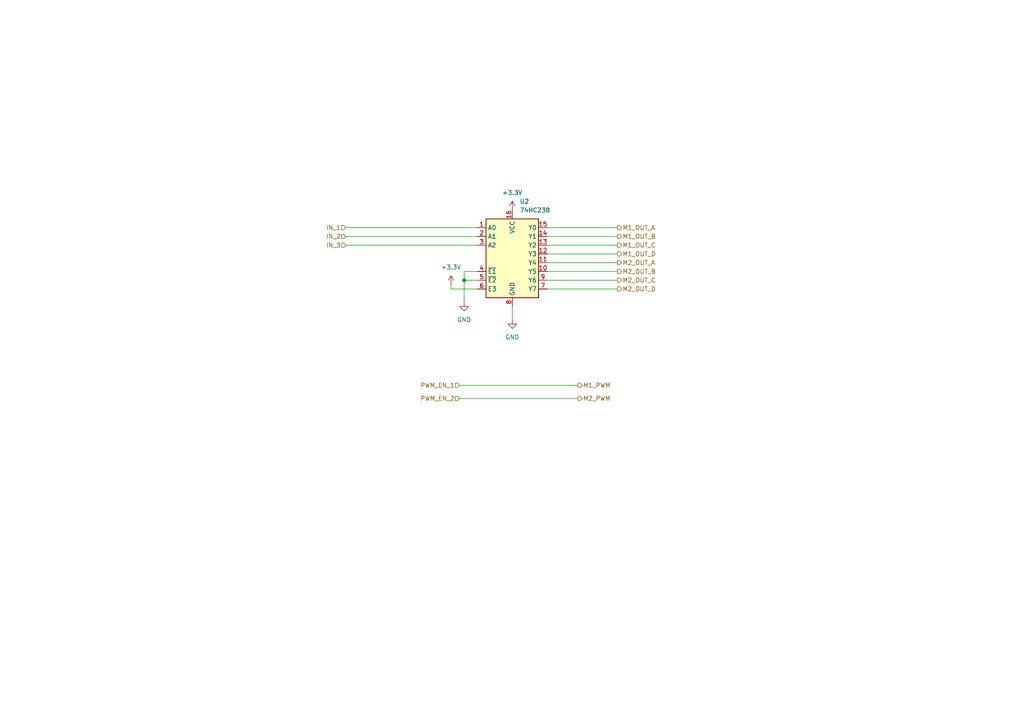
<source format=kicad_sch>
(kicad_sch
	(version 20250114)
	(generator "eeschema")
	(generator_version "9.0")
	(uuid "bf955136-0f68-46a3-a0ed-cb5925809894")
	(paper "A4")
	(lib_symbols
		(symbol "74xx:74HC238"
			(exclude_from_sim no)
			(in_bom yes)
			(on_board yes)
			(property "Reference" "U"
				(at -7.62 13.97 0)
				(effects
					(font
						(size 1.27 1.27)
					)
					(justify left bottom)
				)
			)
			(property "Value" "74HC238"
				(at 2.54 -11.43 0)
				(effects
					(font
						(size 1.27 1.27)
					)
					(justify left top)
				)
			)
			(property "Footprint" ""
				(at 0 0 0)
				(effects
					(font
						(size 1.27 1.27)
					)
					(hide yes)
				)
			)
			(property "Datasheet" "https://www.ti.com/lit/ds/symlink/cd74hc238.pdf"
				(at 0 0 0)
				(effects
					(font
						(size 1.27 1.27)
					)
					(hide yes)
				)
			)
			(property "Description" "3-to-8 line decoder/multiplexer, DIP-16/SOIC-16/SSOP-16"
				(at 0 0 0)
				(effects
					(font
						(size 1.27 1.27)
					)
					(hide yes)
				)
			)
			(property "ki_keywords" "demux"
				(at 0 0 0)
				(effects
					(font
						(size 1.27 1.27)
					)
					(hide yes)
				)
			)
			(property "ki_fp_filters" "DIP*W7.62mm* SOIC*3.9x9.9mm*P1.27mm* TSSOP*4.4x5mm*P0.65mm*"
				(at 0 0 0)
				(effects
					(font
						(size 1.27 1.27)
					)
					(hide yes)
				)
			)
			(symbol "74HC238_0_1"
				(rectangle
					(start -7.62 12.7)
					(end 7.62 -10.16)
					(stroke
						(width 0.254)
						(type default)
					)
					(fill
						(type background)
					)
				)
			)
			(symbol "74HC238_1_1"
				(pin input line
					(at -10.16 10.16 0)
					(length 2.54)
					(name "A0"
						(effects
							(font
								(size 1.27 1.27)
							)
						)
					)
					(number "1"
						(effects
							(font
								(size 1.27 1.27)
							)
						)
					)
				)
				(pin input line
					(at -10.16 7.62 0)
					(length 2.54)
					(name "A1"
						(effects
							(font
								(size 1.27 1.27)
							)
						)
					)
					(number "2"
						(effects
							(font
								(size 1.27 1.27)
							)
						)
					)
				)
				(pin input line
					(at -10.16 5.08 0)
					(length 2.54)
					(name "A2"
						(effects
							(font
								(size 1.27 1.27)
							)
						)
					)
					(number "3"
						(effects
							(font
								(size 1.27 1.27)
							)
						)
					)
				)
				(pin input line
					(at -10.16 -2.54 0)
					(length 2.54)
					(name "~{E1}"
						(effects
							(font
								(size 1.27 1.27)
							)
						)
					)
					(number "4"
						(effects
							(font
								(size 1.27 1.27)
							)
						)
					)
				)
				(pin input line
					(at -10.16 -5.08 0)
					(length 2.54)
					(name "~{E2}"
						(effects
							(font
								(size 1.27 1.27)
							)
						)
					)
					(number "5"
						(effects
							(font
								(size 1.27 1.27)
							)
						)
					)
				)
				(pin input line
					(at -10.16 -7.62 0)
					(length 2.54)
					(name "E3"
						(effects
							(font
								(size 1.27 1.27)
							)
						)
					)
					(number "6"
						(effects
							(font
								(size 1.27 1.27)
							)
						)
					)
				)
				(pin power_in line
					(at 0 15.24 270)
					(length 2.54)
					(name "VCC"
						(effects
							(font
								(size 1.27 1.27)
							)
						)
					)
					(number "16"
						(effects
							(font
								(size 1.27 1.27)
							)
						)
					)
				)
				(pin power_in line
					(at 0 -12.7 90)
					(length 2.54)
					(name "GND"
						(effects
							(font
								(size 1.27 1.27)
							)
						)
					)
					(number "8"
						(effects
							(font
								(size 1.27 1.27)
							)
						)
					)
				)
				(pin output line
					(at 10.16 10.16 180)
					(length 2.54)
					(name "Y0"
						(effects
							(font
								(size 1.27 1.27)
							)
						)
					)
					(number "15"
						(effects
							(font
								(size 1.27 1.27)
							)
						)
					)
				)
				(pin output line
					(at 10.16 7.62 180)
					(length 2.54)
					(name "Y1"
						(effects
							(font
								(size 1.27 1.27)
							)
						)
					)
					(number "14"
						(effects
							(font
								(size 1.27 1.27)
							)
						)
					)
				)
				(pin output line
					(at 10.16 5.08 180)
					(length 2.54)
					(name "Y2"
						(effects
							(font
								(size 1.27 1.27)
							)
						)
					)
					(number "13"
						(effects
							(font
								(size 1.27 1.27)
							)
						)
					)
				)
				(pin output line
					(at 10.16 2.54 180)
					(length 2.54)
					(name "Y3"
						(effects
							(font
								(size 1.27 1.27)
							)
						)
					)
					(number "12"
						(effects
							(font
								(size 1.27 1.27)
							)
						)
					)
				)
				(pin output line
					(at 10.16 0 180)
					(length 2.54)
					(name "Y4"
						(effects
							(font
								(size 1.27 1.27)
							)
						)
					)
					(number "11"
						(effects
							(font
								(size 1.27 1.27)
							)
						)
					)
				)
				(pin output line
					(at 10.16 -2.54 180)
					(length 2.54)
					(name "Y5"
						(effects
							(font
								(size 1.27 1.27)
							)
						)
					)
					(number "10"
						(effects
							(font
								(size 1.27 1.27)
							)
						)
					)
				)
				(pin output line
					(at 10.16 -5.08 180)
					(length 2.54)
					(name "Y6"
						(effects
							(font
								(size 1.27 1.27)
							)
						)
					)
					(number "9"
						(effects
							(font
								(size 1.27 1.27)
							)
						)
					)
				)
				(pin output line
					(at 10.16 -7.62 180)
					(length 2.54)
					(name "Y7"
						(effects
							(font
								(size 1.27 1.27)
							)
						)
					)
					(number "7"
						(effects
							(font
								(size 1.27 1.27)
							)
						)
					)
				)
			)
			(embedded_fonts no)
		)
		(symbol "power:+3.3V"
			(power)
			(pin_numbers
				(hide yes)
			)
			(pin_names
				(offset 0)
				(hide yes)
			)
			(exclude_from_sim no)
			(in_bom yes)
			(on_board yes)
			(property "Reference" "#PWR"
				(at 0 -3.81 0)
				(effects
					(font
						(size 1.27 1.27)
					)
					(hide yes)
				)
			)
			(property "Value" "+3.3V"
				(at 0 3.556 0)
				(effects
					(font
						(size 1.27 1.27)
					)
				)
			)
			(property "Footprint" ""
				(at 0 0 0)
				(effects
					(font
						(size 1.27 1.27)
					)
					(hide yes)
				)
			)
			(property "Datasheet" ""
				(at 0 0 0)
				(effects
					(font
						(size 1.27 1.27)
					)
					(hide yes)
				)
			)
			(property "Description" "Power symbol creates a global label with name \"+3.3V\""
				(at 0 0 0)
				(effects
					(font
						(size 1.27 1.27)
					)
					(hide yes)
				)
			)
			(property "ki_keywords" "global power"
				(at 0 0 0)
				(effects
					(font
						(size 1.27 1.27)
					)
					(hide yes)
				)
			)
			(symbol "+3.3V_0_1"
				(polyline
					(pts
						(xy -0.762 1.27) (xy 0 2.54)
					)
					(stroke
						(width 0)
						(type default)
					)
					(fill
						(type none)
					)
				)
				(polyline
					(pts
						(xy 0 2.54) (xy 0.762 1.27)
					)
					(stroke
						(width 0)
						(type default)
					)
					(fill
						(type none)
					)
				)
				(polyline
					(pts
						(xy 0 0) (xy 0 2.54)
					)
					(stroke
						(width 0)
						(type default)
					)
					(fill
						(type none)
					)
				)
			)
			(symbol "+3.3V_1_1"
				(pin power_in line
					(at 0 0 90)
					(length 0)
					(name "~"
						(effects
							(font
								(size 1.27 1.27)
							)
						)
					)
					(number "1"
						(effects
							(font
								(size 1.27 1.27)
							)
						)
					)
				)
			)
			(embedded_fonts no)
		)
		(symbol "power:GND"
			(power)
			(pin_numbers
				(hide yes)
			)
			(pin_names
				(offset 0)
				(hide yes)
			)
			(exclude_from_sim no)
			(in_bom yes)
			(on_board yes)
			(property "Reference" "#PWR"
				(at 0 -6.35 0)
				(effects
					(font
						(size 1.27 1.27)
					)
					(hide yes)
				)
			)
			(property "Value" "GND"
				(at 0 -3.81 0)
				(effects
					(font
						(size 1.27 1.27)
					)
				)
			)
			(property "Footprint" ""
				(at 0 0 0)
				(effects
					(font
						(size 1.27 1.27)
					)
					(hide yes)
				)
			)
			(property "Datasheet" ""
				(at 0 0 0)
				(effects
					(font
						(size 1.27 1.27)
					)
					(hide yes)
				)
			)
			(property "Description" "Power symbol creates a global label with name \"GND\" , ground"
				(at 0 0 0)
				(effects
					(font
						(size 1.27 1.27)
					)
					(hide yes)
				)
			)
			(property "ki_keywords" "global power"
				(at 0 0 0)
				(effects
					(font
						(size 1.27 1.27)
					)
					(hide yes)
				)
			)
			(symbol "GND_0_1"
				(polyline
					(pts
						(xy 0 0) (xy 0 -1.27) (xy 1.27 -1.27) (xy 0 -2.54) (xy -1.27 -1.27) (xy 0 -1.27)
					)
					(stroke
						(width 0)
						(type default)
					)
					(fill
						(type none)
					)
				)
			)
			(symbol "GND_1_1"
				(pin power_in line
					(at 0 0 270)
					(length 0)
					(name "~"
						(effects
							(font
								(size 1.27 1.27)
							)
						)
					)
					(number "1"
						(effects
							(font
								(size 1.27 1.27)
							)
						)
					)
				)
			)
			(embedded_fonts no)
		)
	)
	(junction
		(at 134.62 81.28)
		(diameter 0)
		(color 0 0 0 0)
		(uuid "93cdb0ff-bc6d-4efa-b262-92b96e4b1f00")
	)
	(wire
		(pts
			(xy 130.81 82.55) (xy 130.81 83.82)
		)
		(stroke
			(width 0)
			(type default)
		)
		(uuid "07e319e3-8327-45a0-9240-08ef3991b5c3")
	)
	(wire
		(pts
			(xy 130.81 83.82) (xy 138.43 83.82)
		)
		(stroke
			(width 0)
			(type default)
		)
		(uuid "15af3b31-6008-449d-a2c4-4fc7a15dbc32")
	)
	(wire
		(pts
			(xy 100.33 71.12) (xy 138.43 71.12)
		)
		(stroke
			(width 0)
			(type default)
		)
		(uuid "22d40446-fd95-4650-8267-98847b2af2d6")
	)
	(wire
		(pts
			(xy 133.35 111.76) (xy 167.64 111.76)
		)
		(stroke
			(width 0)
			(type default)
		)
		(uuid "286cd32e-4968-4dc4-8105-7a587f824b87")
	)
	(wire
		(pts
			(xy 158.75 83.82) (xy 179.07 83.82)
		)
		(stroke
			(width 0)
			(type default)
		)
		(uuid "44b36571-df29-411e-8459-bcff0a2c2b91")
	)
	(wire
		(pts
			(xy 134.62 81.28) (xy 134.62 87.63)
		)
		(stroke
			(width 0)
			(type default)
		)
		(uuid "54aa3e52-ce50-4552-aa92-12b03cc093f7")
	)
	(wire
		(pts
			(xy 158.75 81.28) (xy 179.07 81.28)
		)
		(stroke
			(width 0)
			(type default)
		)
		(uuid "5feb041f-3aa0-4475-b3a7-749ccd2f7988")
	)
	(wire
		(pts
			(xy 138.43 81.28) (xy 134.62 81.28)
		)
		(stroke
			(width 0)
			(type default)
		)
		(uuid "62332aa3-8c04-4fad-bcd9-872c257cca91")
	)
	(wire
		(pts
			(xy 158.75 78.74) (xy 179.07 78.74)
		)
		(stroke
			(width 0)
			(type default)
		)
		(uuid "65574d7c-f39a-418e-9299-b5225cb60e8c")
	)
	(wire
		(pts
			(xy 158.75 76.2) (xy 179.07 76.2)
		)
		(stroke
			(width 0)
			(type default)
		)
		(uuid "6ad26141-029b-4e34-815f-04216bbf0b0c")
	)
	(wire
		(pts
			(xy 100.33 66.04) (xy 138.43 66.04)
		)
		(stroke
			(width 0)
			(type default)
		)
		(uuid "6c06d853-cfec-4b8e-91c6-1ed9f7d17232")
	)
	(wire
		(pts
			(xy 133.35 115.57) (xy 167.64 115.57)
		)
		(stroke
			(width 0)
			(type default)
		)
		(uuid "a94eb268-8698-4523-a430-a842aa5d9235")
	)
	(wire
		(pts
			(xy 158.75 73.66) (xy 179.07 73.66)
		)
		(stroke
			(width 0)
			(type default)
		)
		(uuid "a98d8428-d860-4366-9653-4d5f354ccd81")
	)
	(wire
		(pts
			(xy 100.33 68.58) (xy 138.43 68.58)
		)
		(stroke
			(width 0)
			(type default)
		)
		(uuid "c55b8b56-5e74-453b-aa52-29eb1c748d25")
	)
	(wire
		(pts
			(xy 148.59 88.9) (xy 148.59 92.71)
		)
		(stroke
			(width 0)
			(type default)
		)
		(uuid "cc7edd60-04a0-4b21-83bc-fedb5b5a2aad")
	)
	(wire
		(pts
			(xy 158.75 66.04) (xy 179.07 66.04)
		)
		(stroke
			(width 0)
			(type default)
		)
		(uuid "cd5741f7-5287-473a-881f-2e1ad4ed0b3f")
	)
	(wire
		(pts
			(xy 158.75 68.58) (xy 179.07 68.58)
		)
		(stroke
			(width 0)
			(type default)
		)
		(uuid "ceb42fd9-42da-421b-ab23-9169624ef6c4")
	)
	(wire
		(pts
			(xy 134.62 78.74) (xy 134.62 81.28)
		)
		(stroke
			(width 0)
			(type default)
		)
		(uuid "d380bfe1-f056-4279-8dcf-850609f46df7")
	)
	(wire
		(pts
			(xy 138.43 78.74) (xy 134.62 78.74)
		)
		(stroke
			(width 0)
			(type default)
		)
		(uuid "e1f5d977-5898-4d94-8f8a-62519e66b5c3")
	)
	(wire
		(pts
			(xy 158.75 71.12) (xy 179.07 71.12)
		)
		(stroke
			(width 0)
			(type default)
		)
		(uuid "ed305c98-43fd-488c-81ae-eba4fe9371f0")
	)
	(hierarchical_label "M2_PWM"
		(shape output)
		(at 167.64 115.57 0)
		(effects
			(font
				(size 1.27 1.27)
			)
			(justify left)
		)
		(uuid "0890814c-4dda-4975-a4b9-16007bb22cf8")
	)
	(hierarchical_label "M1_OUT_C"
		(shape output)
		(at 179.07 71.12 0)
		(effects
			(font
				(size 1.27 1.27)
			)
			(justify left)
		)
		(uuid "22eed822-60a3-49ad-847a-bf70be5a9d46")
	)
	(hierarchical_label "IN_3"
		(shape input)
		(at 100.33 71.12 180)
		(effects
			(font
				(size 1.27 1.27)
			)
			(justify right)
		)
		(uuid "2684c576-6844-4d47-be55-8ece59fb209b")
	)
	(hierarchical_label "M2_OUT_D"
		(shape output)
		(at 179.07 83.82 0)
		(effects
			(font
				(size 1.27 1.27)
			)
			(justify left)
		)
		(uuid "4b2779ed-612a-4a1b-9940-8c10e5443bd5")
	)
	(hierarchical_label "M1_OUT_B"
		(shape output)
		(at 179.07 68.58 0)
		(effects
			(font
				(size 1.27 1.27)
			)
			(justify left)
		)
		(uuid "6de24e2d-22c1-4aae-8fec-d86fd109c34d")
	)
	(hierarchical_label "PWM_EN_2"
		(shape input)
		(at 133.35 115.57 180)
		(effects
			(font
				(size 1.27 1.27)
			)
			(justify right)
		)
		(uuid "768a8313-cf0c-4b0e-aa75-49f8af25d9f2")
	)
	(hierarchical_label "IN_1"
		(shape input)
		(at 100.33 66.04 180)
		(effects
			(font
				(size 1.27 1.27)
			)
			(justify right)
		)
		(uuid "7fe62cf6-0b6c-4f5d-8bb6-58c37c136c97")
	)
	(hierarchical_label "M1_OUT_D"
		(shape output)
		(at 179.07 73.66 0)
		(effects
			(font
				(size 1.27 1.27)
			)
			(justify left)
		)
		(uuid "9d4ac2f4-b350-4bee-bf1c-90339884a450")
	)
	(hierarchical_label "M1_OUT_A"
		(shape output)
		(at 179.07 66.04 0)
		(effects
			(font
				(size 1.27 1.27)
			)
			(justify left)
		)
		(uuid "a3a3c0f4-baae-4729-b766-e2e4fe239796")
	)
	(hierarchical_label "M2_OUT_B"
		(shape output)
		(at 179.07 78.74 0)
		(effects
			(font
				(size 1.27 1.27)
			)
			(justify left)
		)
		(uuid "bbc86f74-befd-4390-bfcc-b7e972f3664c")
	)
	(hierarchical_label "IN_2"
		(shape input)
		(at 100.33 68.58 180)
		(effects
			(font
				(size 1.27 1.27)
			)
			(justify right)
		)
		(uuid "bbd757b5-c284-41b4-9c81-3931e21600e9")
	)
	(hierarchical_label "M2_OUT_C"
		(shape output)
		(at 179.07 81.28 0)
		(effects
			(font
				(size 1.27 1.27)
			)
			(justify left)
		)
		(uuid "c8e5ca1b-4be6-416e-9c35-4d2cc7eb6dfb")
	)
	(hierarchical_label "M1_PWM"
		(shape output)
		(at 167.64 111.76 0)
		(effects
			(font
				(size 1.27 1.27)
			)
			(justify left)
		)
		(uuid "d928932c-1ad5-4c26-8447-649d15cd0607")
	)
	(hierarchical_label "PWM_EN_1"
		(shape input)
		(at 133.35 111.76 180)
		(effects
			(font
				(size 1.27 1.27)
			)
			(justify right)
		)
		(uuid "f469fc94-4acc-4afe-9619-8b66f74346a8")
	)
	(hierarchical_label "M2_OUT_A"
		(shape output)
		(at 179.07 76.2 0)
		(effects
			(font
				(size 1.27 1.27)
			)
			(justify left)
		)
		(uuid "ff3cc171-2239-4f9e-b3a2-6d061bd8db17")
	)
	(symbol
		(lib_id "power:GND")
		(at 134.62 87.63 0)
		(unit 1)
		(exclude_from_sim no)
		(in_bom yes)
		(on_board yes)
		(dnp no)
		(fields_autoplaced yes)
		(uuid "43a7aa51-28a0-492e-b06a-c8dfb5c282ea")
		(property "Reference" "#PWR019"
			(at 134.62 93.98 0)
			(effects
				(font
					(size 1.27 1.27)
				)
				(hide yes)
			)
		)
		(property "Value" "GND"
			(at 134.62 92.71 0)
			(effects
				(font
					(size 1.27 1.27)
				)
			)
		)
		(property "Footprint" ""
			(at 134.62 87.63 0)
			(effects
				(font
					(size 1.27 1.27)
				)
				(hide yes)
			)
		)
		(property "Datasheet" ""
			(at 134.62 87.63 0)
			(effects
				(font
					(size 1.27 1.27)
				)
				(hide yes)
			)
		)
		(property "Description" "Power symbol creates a global label with name \"GND\" , ground"
			(at 134.62 87.63 0)
			(effects
				(font
					(size 1.27 1.27)
				)
				(hide yes)
			)
		)
		(pin "1"
			(uuid "c43ed7f0-9b04-4de9-ab99-571a9763ffa8")
		)
		(instances
			(project "Leonardo_v2.0"
				(path "/0d3207ba-e51c-4f46-8c4e-e116d0062888/7d105e3b-59a1-4f1a-a9c2-b72d1453dd76"
					(reference "#PWR019")
					(unit 1)
				)
			)
		)
	)
	(symbol
		(lib_id "power:+3.3V")
		(at 148.59 60.96 0)
		(unit 1)
		(exclude_from_sim no)
		(in_bom yes)
		(on_board yes)
		(dnp no)
		(fields_autoplaced yes)
		(uuid "90ef4d45-48b6-4401-9bb2-292095cfcfe6")
		(property "Reference" "#PWR07"
			(at 148.59 64.77 0)
			(effects
				(font
					(size 1.27 1.27)
				)
				(hide yes)
			)
		)
		(property "Value" "+3.3V"
			(at 148.59 55.88 0)
			(effects
				(font
					(size 1.27 1.27)
				)
			)
		)
		(property "Footprint" ""
			(at 148.59 60.96 0)
			(effects
				(font
					(size 1.27 1.27)
				)
				(hide yes)
			)
		)
		(property "Datasheet" ""
			(at 148.59 60.96 0)
			(effects
				(font
					(size 1.27 1.27)
				)
				(hide yes)
			)
		)
		(property "Description" "Power symbol creates a global label with name \"+3.3V\""
			(at 148.59 60.96 0)
			(effects
				(font
					(size 1.27 1.27)
				)
				(hide yes)
			)
		)
		(pin "1"
			(uuid "69f6f355-fda8-433c-a61c-272d9484b2d0")
		)
		(instances
			(project ""
				(path "/0d3207ba-e51c-4f46-8c4e-e116d0062888/7d105e3b-59a1-4f1a-a9c2-b72d1453dd76"
					(reference "#PWR07")
					(unit 1)
				)
			)
		)
	)
	(symbol
		(lib_id "power:GND")
		(at 148.59 92.71 0)
		(unit 1)
		(exclude_from_sim no)
		(in_bom yes)
		(on_board yes)
		(dnp no)
		(fields_autoplaced yes)
		(uuid "b0df0e9b-a3f6-4490-a3fe-9348169e7906")
		(property "Reference" "#PWR09"
			(at 148.59 99.06 0)
			(effects
				(font
					(size 1.27 1.27)
				)
				(hide yes)
			)
		)
		(property "Value" "GND"
			(at 148.59 97.79 0)
			(effects
				(font
					(size 1.27 1.27)
				)
			)
		)
		(property "Footprint" ""
			(at 148.59 92.71 0)
			(effects
				(font
					(size 1.27 1.27)
				)
				(hide yes)
			)
		)
		(property "Datasheet" ""
			(at 148.59 92.71 0)
			(effects
				(font
					(size 1.27 1.27)
				)
				(hide yes)
			)
		)
		(property "Description" "Power symbol creates a global label with name \"GND\" , ground"
			(at 148.59 92.71 0)
			(effects
				(font
					(size 1.27 1.27)
				)
				(hide yes)
			)
		)
		(pin "1"
			(uuid "90344227-49ce-4512-a255-473394b8fc1c")
		)
		(instances
			(project ""
				(path "/0d3207ba-e51c-4f46-8c4e-e116d0062888/7d105e3b-59a1-4f1a-a9c2-b72d1453dd76"
					(reference "#PWR09")
					(unit 1)
				)
			)
		)
	)
	(symbol
		(lib_id "power:+3.3V")
		(at 130.81 82.55 0)
		(unit 1)
		(exclude_from_sim no)
		(in_bom yes)
		(on_board yes)
		(dnp no)
		(fields_autoplaced yes)
		(uuid "d9e2cbcb-ec3d-4f13-866b-378c6a39b353")
		(property "Reference" "#PWR020"
			(at 130.81 86.36 0)
			(effects
				(font
					(size 1.27 1.27)
				)
				(hide yes)
			)
		)
		(property "Value" "+3.3V"
			(at 130.81 77.47 0)
			(effects
				(font
					(size 1.27 1.27)
				)
			)
		)
		(property "Footprint" ""
			(at 130.81 82.55 0)
			(effects
				(font
					(size 1.27 1.27)
				)
				(hide yes)
			)
		)
		(property "Datasheet" ""
			(at 130.81 82.55 0)
			(effects
				(font
					(size 1.27 1.27)
				)
				(hide yes)
			)
		)
		(property "Description" "Power symbol creates a global label with name \"+3.3V\""
			(at 130.81 82.55 0)
			(effects
				(font
					(size 1.27 1.27)
				)
				(hide yes)
			)
		)
		(pin "1"
			(uuid "4836e59b-a6bb-4aba-908d-de1aacd05e10")
		)
		(instances
			(project ""
				(path "/0d3207ba-e51c-4f46-8c4e-e116d0062888/7d105e3b-59a1-4f1a-a9c2-b72d1453dd76"
					(reference "#PWR020")
					(unit 1)
				)
			)
		)
	)
	(symbol
		(lib_id "74xx:74HC238")
		(at 148.59 76.2 0)
		(unit 1)
		(exclude_from_sim no)
		(in_bom yes)
		(on_board yes)
		(dnp no)
		(fields_autoplaced yes)
		(uuid "e85030d5-d57a-4e6a-8264-9612d1ada507")
		(property "Reference" "U2"
			(at 150.7333 58.42 0)
			(effects
				(font
					(size 1.27 1.27)
				)
				(justify left)
			)
		)
		(property "Value" "74HC238"
			(at 150.7333 60.96 0)
			(effects
				(font
					(size 1.27 1.27)
				)
				(justify left)
			)
		)
		(property "Footprint" ""
			(at 148.59 76.2 0)
			(effects
				(font
					(size 1.27 1.27)
				)
				(hide yes)
			)
		)
		(property "Datasheet" "https://www.ti.com/lit/ds/symlink/cd74hc238.pdf"
			(at 148.59 76.2 0)
			(effects
				(font
					(size 1.27 1.27)
				)
				(hide yes)
			)
		)
		(property "Description" "3-to-8 line decoder/multiplexer, DIP-16/SOIC-16/SSOP-16"
			(at 148.59 76.2 0)
			(effects
				(font
					(size 1.27 1.27)
				)
				(hide yes)
			)
		)
		(pin "1"
			(uuid "f8a1537e-d40f-4732-9793-f33d3b4091e9")
		)
		(pin "2"
			(uuid "efa20263-bbfa-49f5-ab6c-5319f25ac9c7")
		)
		(pin "3"
			(uuid "951153be-62a0-409f-b811-d67d8e35efbf")
		)
		(pin "9"
			(uuid "59c4c127-bea7-4430-b8c4-fca7fbd4fadf")
		)
		(pin "15"
			(uuid "616d1513-3751-475b-a984-6a83f1b31072")
		)
		(pin "6"
			(uuid "c02b7aaf-93a9-43cc-bc31-8997098ef0c6")
		)
		(pin "5"
			(uuid "d984c0a9-aaf8-400c-bb05-45b9b640edef")
		)
		(pin "4"
			(uuid "953b605c-e245-4a68-b869-e268a520bc2c")
		)
		(pin "16"
			(uuid "ad0e5262-78d1-44ef-b45a-0ef01c3b9259")
		)
		(pin "8"
			(uuid "3146ba13-07a6-4137-821b-890b8af2fcee")
		)
		(pin "14"
			(uuid "2bf29656-3ee2-4922-88cf-ce60157159e9")
		)
		(pin "12"
			(uuid "b4afe0fc-a9bb-4166-841d-4903e2d7970f")
		)
		(pin "13"
			(uuid "0d817e4d-85a9-4ef2-b2ca-c6423e366b13")
		)
		(pin "11"
			(uuid "629c0a0f-c669-42fc-998a-def32f639abc")
		)
		(pin "10"
			(uuid "08afd29d-5f26-4e59-98dc-1d54703badc5")
		)
		(pin "7"
			(uuid "0c14c1bf-3f4b-401d-8866-1407389070f4")
		)
		(instances
			(project ""
				(path "/0d3207ba-e51c-4f46-8c4e-e116d0062888/7d105e3b-59a1-4f1a-a9c2-b72d1453dd76"
					(reference "U2")
					(unit 1)
				)
			)
		)
	)
)

</source>
